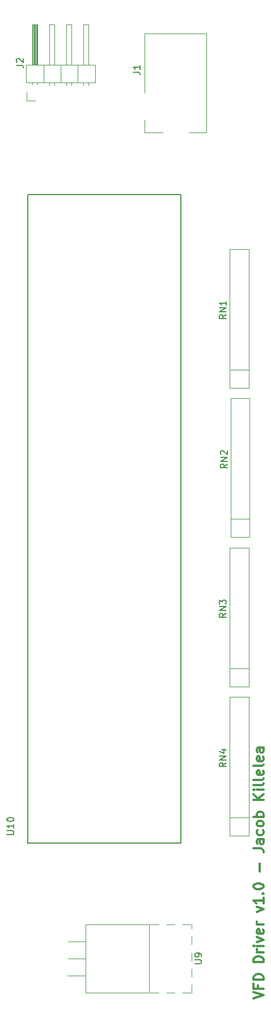
<source format=gbr>
%TF.GenerationSoftware,KiCad,Pcbnew,5.0.2-bee76a0~70~ubuntu16.04.1*%
%TF.CreationDate,2019-05-23T19:14:39-07:00*%
%TF.ProjectId,vfd_driver,7666645f-6472-4697-9665-722e6b696361,rev?*%
%TF.SameCoordinates,Original*%
%TF.FileFunction,Legend,Top*%
%TF.FilePolarity,Positive*%
%FSLAX46Y46*%
G04 Gerber Fmt 4.6, Leading zero omitted, Abs format (unit mm)*
G04 Created by KiCad (PCBNEW 5.0.2-bee76a0~70~ubuntu16.04.1) date Thu 23 May 2019 07:14:39 PM PDT*
%MOMM*%
%LPD*%
G01*
G04 APERTURE LIST*
%ADD10C,0.300000*%
%ADD11C,0.120000*%
%ADD12C,0.150000*%
G04 APERTURE END LIST*
D10*
X89602571Y-174233714D02*
X91102571Y-173733714D01*
X89602571Y-173233714D01*
X90316857Y-172233714D02*
X90316857Y-172733714D01*
X91102571Y-172733714D02*
X89602571Y-172733714D01*
X89602571Y-172019428D01*
X91102571Y-171448000D02*
X89602571Y-171448000D01*
X89602571Y-171090857D01*
X89674000Y-170876571D01*
X89816857Y-170733714D01*
X89959714Y-170662285D01*
X90245428Y-170590857D01*
X90459714Y-170590857D01*
X90745428Y-170662285D01*
X90888285Y-170733714D01*
X91031142Y-170876571D01*
X91102571Y-171090857D01*
X91102571Y-171448000D01*
X91102571Y-168805142D02*
X89602571Y-168805142D01*
X89602571Y-168448000D01*
X89674000Y-168233714D01*
X89816857Y-168090857D01*
X89959714Y-168019428D01*
X90245428Y-167948000D01*
X90459714Y-167948000D01*
X90745428Y-168019428D01*
X90888285Y-168090857D01*
X91031142Y-168233714D01*
X91102571Y-168448000D01*
X91102571Y-168805142D01*
X91102571Y-167305142D02*
X90102571Y-167305142D01*
X90388285Y-167305142D02*
X90245428Y-167233714D01*
X90174000Y-167162285D01*
X90102571Y-167019428D01*
X90102571Y-166876571D01*
X91102571Y-166376571D02*
X90102571Y-166376571D01*
X89602571Y-166376571D02*
X89674000Y-166448000D01*
X89745428Y-166376571D01*
X89674000Y-166305142D01*
X89602571Y-166376571D01*
X89745428Y-166376571D01*
X90102571Y-165805142D02*
X91102571Y-165448000D01*
X90102571Y-165090857D01*
X91031142Y-163948000D02*
X91102571Y-164090857D01*
X91102571Y-164376571D01*
X91031142Y-164519428D01*
X90888285Y-164590857D01*
X90316857Y-164590857D01*
X90174000Y-164519428D01*
X90102571Y-164376571D01*
X90102571Y-164090857D01*
X90174000Y-163948000D01*
X90316857Y-163876571D01*
X90459714Y-163876571D01*
X90602571Y-164590857D01*
X91102571Y-163233714D02*
X90102571Y-163233714D01*
X90388285Y-163233714D02*
X90245428Y-163162285D01*
X90174000Y-163090857D01*
X90102571Y-162948000D01*
X90102571Y-162805142D01*
X90102571Y-161305142D02*
X91102571Y-160948000D01*
X90102571Y-160590857D01*
X91102571Y-159233714D02*
X91102571Y-160090857D01*
X91102571Y-159662285D02*
X89602571Y-159662285D01*
X89816857Y-159805142D01*
X89959714Y-159948000D01*
X90031142Y-160090857D01*
X90959714Y-158590857D02*
X91031142Y-158519428D01*
X91102571Y-158590857D01*
X91031142Y-158662285D01*
X90959714Y-158590857D01*
X91102571Y-158590857D01*
X89602571Y-157590857D02*
X89602571Y-157448000D01*
X89674000Y-157305142D01*
X89745428Y-157233714D01*
X89888285Y-157162285D01*
X90174000Y-157090857D01*
X90531142Y-157090857D01*
X90816857Y-157162285D01*
X90959714Y-157233714D01*
X91031142Y-157305142D01*
X91102571Y-157448000D01*
X91102571Y-157590857D01*
X91031142Y-157733714D01*
X90959714Y-157805142D01*
X90816857Y-157876571D01*
X90531142Y-157948000D01*
X90174000Y-157948000D01*
X89888285Y-157876571D01*
X89745428Y-157805142D01*
X89674000Y-157733714D01*
X89602571Y-157590857D01*
X90531142Y-155305142D02*
X90531142Y-154162285D01*
X89602571Y-151876571D02*
X90674000Y-151876571D01*
X90888285Y-151948000D01*
X91031142Y-152090857D01*
X91102571Y-152305142D01*
X91102571Y-152448000D01*
X91102571Y-150519428D02*
X90316857Y-150519428D01*
X90174000Y-150590857D01*
X90102571Y-150733714D01*
X90102571Y-151019428D01*
X90174000Y-151162285D01*
X91031142Y-150519428D02*
X91102571Y-150662285D01*
X91102571Y-151019428D01*
X91031142Y-151162285D01*
X90888285Y-151233714D01*
X90745428Y-151233714D01*
X90602571Y-151162285D01*
X90531142Y-151019428D01*
X90531142Y-150662285D01*
X90459714Y-150519428D01*
X91031142Y-149162285D02*
X91102571Y-149305142D01*
X91102571Y-149590857D01*
X91031142Y-149733714D01*
X90959714Y-149805142D01*
X90816857Y-149876571D01*
X90388285Y-149876571D01*
X90245428Y-149805142D01*
X90174000Y-149733714D01*
X90102571Y-149590857D01*
X90102571Y-149305142D01*
X90174000Y-149162285D01*
X91102571Y-148305142D02*
X91031142Y-148448000D01*
X90959714Y-148519428D01*
X90816857Y-148590857D01*
X90388285Y-148590857D01*
X90245428Y-148519428D01*
X90174000Y-148448000D01*
X90102571Y-148305142D01*
X90102571Y-148090857D01*
X90174000Y-147948000D01*
X90245428Y-147876571D01*
X90388285Y-147805142D01*
X90816857Y-147805142D01*
X90959714Y-147876571D01*
X91031142Y-147948000D01*
X91102571Y-148090857D01*
X91102571Y-148305142D01*
X91102571Y-147162285D02*
X89602571Y-147162285D01*
X90174000Y-147162285D02*
X90102571Y-147019428D01*
X90102571Y-146733714D01*
X90174000Y-146590857D01*
X90245428Y-146519428D01*
X90388285Y-146448000D01*
X90816857Y-146448000D01*
X90959714Y-146519428D01*
X91031142Y-146590857D01*
X91102571Y-146733714D01*
X91102571Y-147019428D01*
X91031142Y-147162285D01*
X91102571Y-144662285D02*
X89602571Y-144662285D01*
X91102571Y-143805142D02*
X90245428Y-144448000D01*
X89602571Y-143805142D02*
X90459714Y-144662285D01*
X91102571Y-143162285D02*
X90102571Y-143162285D01*
X89602571Y-143162285D02*
X89674000Y-143233714D01*
X89745428Y-143162285D01*
X89674000Y-143090857D01*
X89602571Y-143162285D01*
X89745428Y-143162285D01*
X91102571Y-142233714D02*
X91031142Y-142376571D01*
X90888285Y-142448000D01*
X89602571Y-142448000D01*
X91102571Y-141448000D02*
X91031142Y-141590857D01*
X90888285Y-141662285D01*
X89602571Y-141662285D01*
X91031142Y-140305142D02*
X91102571Y-140448000D01*
X91102571Y-140733714D01*
X91031142Y-140876571D01*
X90888285Y-140948000D01*
X90316857Y-140948000D01*
X90174000Y-140876571D01*
X90102571Y-140733714D01*
X90102571Y-140448000D01*
X90174000Y-140305142D01*
X90316857Y-140233714D01*
X90459714Y-140233714D01*
X90602571Y-140948000D01*
X91102571Y-139376571D02*
X91031142Y-139519428D01*
X90888285Y-139590857D01*
X89602571Y-139590857D01*
X91031142Y-138233714D02*
X91102571Y-138376571D01*
X91102571Y-138662285D01*
X91031142Y-138805142D01*
X90888285Y-138876571D01*
X90316857Y-138876571D01*
X90174000Y-138805142D01*
X90102571Y-138662285D01*
X90102571Y-138376571D01*
X90174000Y-138233714D01*
X90316857Y-138162285D01*
X90459714Y-138162285D01*
X90602571Y-138876571D01*
X91102571Y-136876571D02*
X90316857Y-136876571D01*
X90174000Y-136948000D01*
X90102571Y-137090857D01*
X90102571Y-137376571D01*
X90174000Y-137519428D01*
X91031142Y-136876571D02*
X91102571Y-137019428D01*
X91102571Y-137376571D01*
X91031142Y-137519428D01*
X90888285Y-137590857D01*
X90745428Y-137590857D01*
X90602571Y-137519428D01*
X90531142Y-137376571D01*
X90531142Y-137019428D01*
X90459714Y-136876571D01*
D11*
X73355000Y-39450000D02*
X73355000Y-30650000D01*
X73355000Y-30650000D02*
X82555000Y-30650000D01*
X76055000Y-45350000D02*
X73355000Y-45350000D01*
X73355000Y-45350000D02*
X73355000Y-43450000D01*
X82555000Y-30650000D02*
X82555000Y-45350000D01*
X82555000Y-45350000D02*
X79955000Y-45350000D01*
X55670000Y-37930000D02*
X65950000Y-37930000D01*
X65950000Y-37930000D02*
X65950000Y-35270000D01*
X65950000Y-35270000D02*
X55670000Y-35270000D01*
X55670000Y-35270000D02*
X55670000Y-37930000D01*
X56620000Y-35270000D02*
X56620000Y-29270000D01*
X56620000Y-29270000D02*
X57380000Y-29270000D01*
X57380000Y-29270000D02*
X57380000Y-35270000D01*
X56680000Y-35270000D02*
X56680000Y-29270000D01*
X56800000Y-35270000D02*
X56800000Y-29270000D01*
X56920000Y-35270000D02*
X56920000Y-29270000D01*
X57040000Y-35270000D02*
X57040000Y-29270000D01*
X57160000Y-35270000D02*
X57160000Y-29270000D01*
X57280000Y-35270000D02*
X57280000Y-29270000D01*
X56620000Y-38260000D02*
X56620000Y-37930000D01*
X57380000Y-38260000D02*
X57380000Y-37930000D01*
X58270000Y-37930000D02*
X58270000Y-35270000D01*
X59160000Y-35270000D02*
X59160000Y-29270000D01*
X59160000Y-29270000D02*
X59920000Y-29270000D01*
X59920000Y-29270000D02*
X59920000Y-35270000D01*
X59160000Y-38327071D02*
X59160000Y-37930000D01*
X59920000Y-38327071D02*
X59920000Y-37930000D01*
X60810000Y-37930000D02*
X60810000Y-35270000D01*
X61700000Y-35270000D02*
X61700000Y-29270000D01*
X61700000Y-29270000D02*
X62460000Y-29270000D01*
X62460000Y-29270000D02*
X62460000Y-35270000D01*
X61700000Y-38327071D02*
X61700000Y-37930000D01*
X62460000Y-38327071D02*
X62460000Y-37930000D01*
X63350000Y-37930000D02*
X63350000Y-35270000D01*
X64240000Y-35270000D02*
X64240000Y-29270000D01*
X64240000Y-29270000D02*
X65000000Y-29270000D01*
X65000000Y-29270000D02*
X65000000Y-35270000D01*
X64240000Y-38327071D02*
X64240000Y-37930000D01*
X65000000Y-38327071D02*
X65000000Y-37930000D01*
X57000000Y-40640000D02*
X55730000Y-40640000D01*
X55730000Y-40640000D02*
X55730000Y-39370000D01*
X64500000Y-173395000D02*
X64500000Y-163155000D01*
X73990000Y-173395000D02*
X73990000Y-163155000D01*
X64500000Y-173395000D02*
X73990000Y-173395000D01*
X64500000Y-163155000D02*
X73990000Y-163155000D01*
X80390000Y-173395000D02*
X80390000Y-172195000D01*
X80390000Y-170996000D02*
X80390000Y-169795000D01*
X80390000Y-168595000D02*
X80390000Y-167395000D01*
X80390000Y-166195000D02*
X80390000Y-164995000D01*
X80390000Y-163795000D02*
X80390000Y-163155000D01*
X74230000Y-173395000D02*
X75430000Y-173395000D01*
X76630000Y-173395000D02*
X77830000Y-173395000D01*
X79030000Y-173395000D02*
X80230000Y-173395000D01*
X74230000Y-163155000D02*
X75430000Y-163155000D01*
X76630000Y-163155000D02*
X77830000Y-163155000D01*
X79030000Y-163155000D02*
X80230000Y-163155000D01*
X61860000Y-170815000D02*
X64500000Y-170815000D01*
X61876000Y-168275000D02*
X64500000Y-168275000D01*
X61876000Y-165735000D02*
X64500000Y-165735000D01*
D12*
X78740000Y-151130000D02*
X55880000Y-151130000D01*
X78740000Y-54610000D02*
X78740000Y-151130000D01*
X55880000Y-54610000D02*
X78740000Y-54610000D01*
X55880000Y-151130000D02*
X55880000Y-54610000D01*
D11*
X86080000Y-83355000D02*
X88880000Y-83355000D01*
X88880000Y-83355000D02*
X88880000Y-62695000D01*
X88880000Y-62695000D02*
X86080000Y-62695000D01*
X86080000Y-62695000D02*
X86080000Y-83355000D01*
X86080000Y-80645000D02*
X88880000Y-80645000D01*
X86230000Y-105580000D02*
X89030000Y-105580000D01*
X89030000Y-105580000D02*
X89030000Y-84920000D01*
X89030000Y-84920000D02*
X86230000Y-84920000D01*
X86230000Y-84920000D02*
X86230000Y-105580000D01*
X86230000Y-102870000D02*
X89030000Y-102870000D01*
X86080000Y-127805000D02*
X88880000Y-127805000D01*
X88880000Y-127805000D02*
X88880000Y-107145000D01*
X88880000Y-107145000D02*
X86080000Y-107145000D01*
X86080000Y-107145000D02*
X86080000Y-127805000D01*
X86080000Y-125095000D02*
X88880000Y-125095000D01*
X86080000Y-150030000D02*
X88880000Y-150030000D01*
X88880000Y-150030000D02*
X88880000Y-129370000D01*
X88880000Y-129370000D02*
X86080000Y-129370000D01*
X86080000Y-129370000D02*
X86080000Y-150030000D01*
X86080000Y-147320000D02*
X88880000Y-147320000D01*
D12*
X71657380Y-36333333D02*
X72371666Y-36333333D01*
X72514523Y-36380952D01*
X72609761Y-36476190D01*
X72657380Y-36619047D01*
X72657380Y-36714285D01*
X72657380Y-35333333D02*
X72657380Y-35904761D01*
X72657380Y-35619047D02*
X71657380Y-35619047D01*
X71800238Y-35714285D01*
X71895476Y-35809523D01*
X71943095Y-35904761D01*
X54182380Y-35318333D02*
X54896666Y-35318333D01*
X55039523Y-35365952D01*
X55134761Y-35461190D01*
X55182380Y-35604047D01*
X55182380Y-35699285D01*
X54277619Y-34889761D02*
X54230000Y-34842142D01*
X54182380Y-34746904D01*
X54182380Y-34508809D01*
X54230000Y-34413571D01*
X54277619Y-34365952D01*
X54372857Y-34318333D01*
X54468095Y-34318333D01*
X54610952Y-34365952D01*
X55182380Y-34937380D01*
X55182380Y-34318333D01*
X80842380Y-169036904D02*
X81651904Y-169036904D01*
X81747142Y-168989285D01*
X81794761Y-168941666D01*
X81842380Y-168846428D01*
X81842380Y-168655952D01*
X81794761Y-168560714D01*
X81747142Y-168513095D01*
X81651904Y-168465476D01*
X80842380Y-168465476D01*
X81842380Y-167941666D02*
X81842380Y-167751190D01*
X81794761Y-167655952D01*
X81747142Y-167608333D01*
X81604285Y-167513095D01*
X81413809Y-167465476D01*
X81032857Y-167465476D01*
X80937619Y-167513095D01*
X80890000Y-167560714D01*
X80842380Y-167655952D01*
X80842380Y-167846428D01*
X80890000Y-167941666D01*
X80937619Y-167989285D01*
X81032857Y-168036904D01*
X81270952Y-168036904D01*
X81366190Y-167989285D01*
X81413809Y-167941666D01*
X81461428Y-167846428D01*
X81461428Y-167655952D01*
X81413809Y-167560714D01*
X81366190Y-167513095D01*
X81270952Y-167465476D01*
X52792380Y-149828095D02*
X53601904Y-149828095D01*
X53697142Y-149780476D01*
X53744761Y-149732857D01*
X53792380Y-149637619D01*
X53792380Y-149447142D01*
X53744761Y-149351904D01*
X53697142Y-149304285D01*
X53601904Y-149256666D01*
X52792380Y-149256666D01*
X53792380Y-148256666D02*
X53792380Y-148828095D01*
X53792380Y-148542380D02*
X52792380Y-148542380D01*
X52935238Y-148637619D01*
X53030476Y-148732857D01*
X53078095Y-148828095D01*
X52792380Y-147637619D02*
X52792380Y-147542380D01*
X52840000Y-147447142D01*
X52887619Y-147399523D01*
X52982857Y-147351904D01*
X53173333Y-147304285D01*
X53411428Y-147304285D01*
X53601904Y-147351904D01*
X53697142Y-147399523D01*
X53744761Y-147447142D01*
X53792380Y-147542380D01*
X53792380Y-147637619D01*
X53744761Y-147732857D01*
X53697142Y-147780476D01*
X53601904Y-147828095D01*
X53411428Y-147875714D01*
X53173333Y-147875714D01*
X52982857Y-147828095D01*
X52887619Y-147780476D01*
X52840000Y-147732857D01*
X52792380Y-147637619D01*
X85532380Y-72445476D02*
X85056190Y-72778809D01*
X85532380Y-73016904D02*
X84532380Y-73016904D01*
X84532380Y-72635952D01*
X84580000Y-72540714D01*
X84627619Y-72493095D01*
X84722857Y-72445476D01*
X84865714Y-72445476D01*
X84960952Y-72493095D01*
X85008571Y-72540714D01*
X85056190Y-72635952D01*
X85056190Y-73016904D01*
X85532380Y-72016904D02*
X84532380Y-72016904D01*
X85532380Y-71445476D01*
X84532380Y-71445476D01*
X85532380Y-70445476D02*
X85532380Y-71016904D01*
X85532380Y-70731190D02*
X84532380Y-70731190D01*
X84675238Y-70826428D01*
X84770476Y-70921666D01*
X84818095Y-71016904D01*
X85682380Y-94670476D02*
X85206190Y-95003809D01*
X85682380Y-95241904D02*
X84682380Y-95241904D01*
X84682380Y-94860952D01*
X84730000Y-94765714D01*
X84777619Y-94718095D01*
X84872857Y-94670476D01*
X85015714Y-94670476D01*
X85110952Y-94718095D01*
X85158571Y-94765714D01*
X85206190Y-94860952D01*
X85206190Y-95241904D01*
X85682380Y-94241904D02*
X84682380Y-94241904D01*
X85682380Y-93670476D01*
X84682380Y-93670476D01*
X84777619Y-93241904D02*
X84730000Y-93194285D01*
X84682380Y-93099047D01*
X84682380Y-92860952D01*
X84730000Y-92765714D01*
X84777619Y-92718095D01*
X84872857Y-92670476D01*
X84968095Y-92670476D01*
X85110952Y-92718095D01*
X85682380Y-93289523D01*
X85682380Y-92670476D01*
X85532380Y-116895476D02*
X85056190Y-117228809D01*
X85532380Y-117466904D02*
X84532380Y-117466904D01*
X84532380Y-117085952D01*
X84580000Y-116990714D01*
X84627619Y-116943095D01*
X84722857Y-116895476D01*
X84865714Y-116895476D01*
X84960952Y-116943095D01*
X85008571Y-116990714D01*
X85056190Y-117085952D01*
X85056190Y-117466904D01*
X85532380Y-116466904D02*
X84532380Y-116466904D01*
X85532380Y-115895476D01*
X84532380Y-115895476D01*
X84532380Y-115514523D02*
X84532380Y-114895476D01*
X84913333Y-115228809D01*
X84913333Y-115085952D01*
X84960952Y-114990714D01*
X85008571Y-114943095D01*
X85103809Y-114895476D01*
X85341904Y-114895476D01*
X85437142Y-114943095D01*
X85484761Y-114990714D01*
X85532380Y-115085952D01*
X85532380Y-115371666D01*
X85484761Y-115466904D01*
X85437142Y-115514523D01*
X85532380Y-139120476D02*
X85056190Y-139453809D01*
X85532380Y-139691904D02*
X84532380Y-139691904D01*
X84532380Y-139310952D01*
X84580000Y-139215714D01*
X84627619Y-139168095D01*
X84722857Y-139120476D01*
X84865714Y-139120476D01*
X84960952Y-139168095D01*
X85008571Y-139215714D01*
X85056190Y-139310952D01*
X85056190Y-139691904D01*
X85532380Y-138691904D02*
X84532380Y-138691904D01*
X85532380Y-138120476D01*
X84532380Y-138120476D01*
X84865714Y-137215714D02*
X85532380Y-137215714D01*
X84484761Y-137453809D02*
X85199047Y-137691904D01*
X85199047Y-137072857D01*
M02*

</source>
